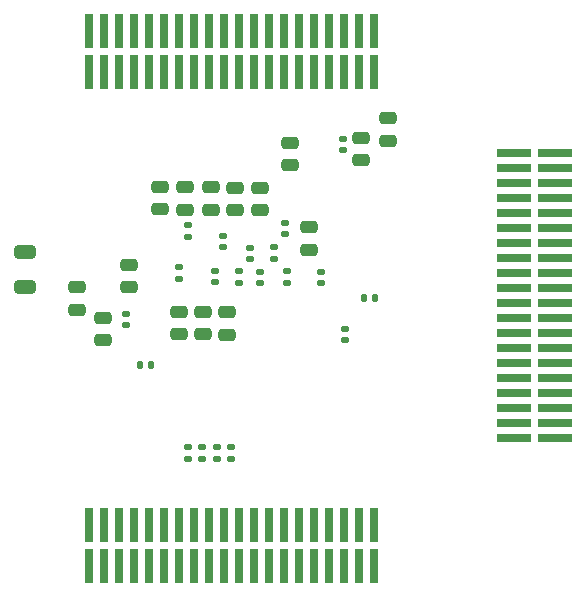
<source format=gbr>
%TF.GenerationSoftware,KiCad,Pcbnew,7.0.7-7.0.7~ubuntu22.04.1*%
%TF.CreationDate,2023-09-19T23:06:59+02:00*%
%TF.ProjectId,som_fpga,736f6d5f-6670-4676-912e-6b696361645f,rev?*%
%TF.SameCoordinates,Original*%
%TF.FileFunction,Paste,Bot*%
%TF.FilePolarity,Positive*%
%FSLAX46Y46*%
G04 Gerber Fmt 4.6, Leading zero omitted, Abs format (unit mm)*
G04 Created by KiCad (PCBNEW 7.0.7-7.0.7~ubuntu22.04.1) date 2023-09-19 23:06:59*
%MOMM*%
%LPD*%
G01*
G04 APERTURE LIST*
G04 Aperture macros list*
%AMRoundRect*
0 Rectangle with rounded corners*
0 $1 Rounding radius*
0 $2 $3 $4 $5 $6 $7 $8 $9 X,Y pos of 4 corners*
0 Add a 4 corners polygon primitive as box body*
4,1,4,$2,$3,$4,$5,$6,$7,$8,$9,$2,$3,0*
0 Add four circle primitives for the rounded corners*
1,1,$1+$1,$2,$3*
1,1,$1+$1,$4,$5*
1,1,$1+$1,$6,$7*
1,1,$1+$1,$8,$9*
0 Add four rect primitives between the rounded corners*
20,1,$1+$1,$2,$3,$4,$5,0*
20,1,$1+$1,$4,$5,$6,$7,0*
20,1,$1+$1,$6,$7,$8,$9,0*
20,1,$1+$1,$8,$9,$2,$3,0*%
G04 Aperture macros list end*
%ADD10RoundRect,0.250000X-0.475000X0.250000X-0.475000X-0.250000X0.475000X-0.250000X0.475000X0.250000X0*%
%ADD11RoundRect,0.135000X0.185000X-0.135000X0.185000X0.135000X-0.185000X0.135000X-0.185000X-0.135000X0*%
%ADD12RoundRect,0.250000X0.475000X-0.250000X0.475000X0.250000X-0.475000X0.250000X-0.475000X-0.250000X0*%
%ADD13RoundRect,0.140000X0.170000X-0.140000X0.170000X0.140000X-0.170000X0.140000X-0.170000X-0.140000X0*%
%ADD14RoundRect,0.140000X-0.170000X0.140000X-0.170000X-0.140000X0.170000X-0.140000X0.170000X0.140000X0*%
%ADD15R,0.740000X2.920000*%
%ADD16RoundRect,0.135000X-0.185000X0.135000X-0.185000X-0.135000X0.185000X-0.135000X0.185000X0.135000X0*%
%ADD17R,2.920000X0.740000*%
%ADD18RoundRect,0.140000X-0.140000X-0.170000X0.140000X-0.170000X0.140000X0.170000X-0.140000X0.170000X0*%
%ADD19RoundRect,0.250000X-0.650000X0.325000X-0.650000X-0.325000X0.650000X-0.325000X0.650000X0.325000X0*%
%ADD20RoundRect,0.140000X0.140000X0.170000X-0.140000X0.170000X-0.140000X-0.170000X0.140000X-0.170000X0*%
G04 APERTURE END LIST*
D10*
%TO.C,C11*%
X153650000Y-69850000D03*
X153650000Y-71750000D03*
%TD*%
D11*
%TO.C,R9*%
X135930000Y-83410000D03*
X135930000Y-82390000D03*
%TD*%
D12*
%TO.C,C38*%
X136480000Y-77580000D03*
X136480000Y-75680000D03*
%TD*%
D13*
%TO.C,C40*%
X139720000Y-80750000D03*
X139720000Y-79790000D03*
%TD*%
%TO.C,C42*%
X143980000Y-81730000D03*
X143980000Y-80770000D03*
%TD*%
D14*
%TO.C,C30*%
X145060000Y-82790000D03*
X145060000Y-83750000D03*
%TD*%
%TO.C,C31*%
X142820000Y-82820000D03*
X142820000Y-83780000D03*
%TD*%
D12*
%TO.C,C8*%
X131690000Y-84130000D03*
X131690000Y-82230000D03*
%TD*%
D15*
%TO.C,J3*%
X128362500Y-62475000D03*
X128362500Y-65905000D03*
X129632500Y-62475000D03*
X129632500Y-65905000D03*
X130902500Y-62475000D03*
X130902500Y-65905000D03*
X132172500Y-62475000D03*
X132172500Y-65905000D03*
X133442500Y-62475000D03*
X133442500Y-65905000D03*
X134712500Y-62475000D03*
X134712500Y-65905000D03*
X135982500Y-62475000D03*
X135982500Y-65905000D03*
X137252500Y-62475000D03*
X137252500Y-65905000D03*
X138522500Y-62475000D03*
X138522500Y-65905000D03*
X139792500Y-62475000D03*
X139792500Y-65905000D03*
X141062500Y-62475000D03*
X141062500Y-65905000D03*
X142332500Y-62475000D03*
X142332500Y-65905000D03*
X143602500Y-62475000D03*
X143602500Y-65905000D03*
X144872500Y-62475000D03*
X144872500Y-65905000D03*
X146142500Y-62475000D03*
X146142500Y-65905000D03*
X147412500Y-62475000D03*
X147412500Y-65905000D03*
X148682500Y-62475000D03*
X148682500Y-65905000D03*
X149952500Y-62475000D03*
X149952500Y-65905000D03*
X151222500Y-62475000D03*
X151222500Y-65905000D03*
X152492500Y-62475000D03*
X152492500Y-65905000D03*
%TD*%
D16*
%TO.C,R15*%
X136680000Y-97690000D03*
X136680000Y-98710000D03*
%TD*%
D14*
%TO.C,C43*%
X144890000Y-78690000D03*
X144890000Y-79650000D03*
%TD*%
D12*
%TO.C,C12*%
X135920000Y-88110000D03*
X135920000Y-86210000D03*
%TD*%
D17*
%TO.C,J2*%
X164325000Y-96867500D03*
X167755000Y-96867500D03*
X164325000Y-95597500D03*
X167755000Y-95597500D03*
X164325000Y-94327500D03*
X167755000Y-94327500D03*
X164325000Y-93057500D03*
X167755000Y-93057500D03*
X164325000Y-91787500D03*
X167755000Y-91787500D03*
X164325000Y-90517500D03*
X167755000Y-90517500D03*
X164325000Y-89247500D03*
X167755000Y-89247500D03*
X164325000Y-87977500D03*
X167755000Y-87977500D03*
X164325000Y-86707500D03*
X167755000Y-86707500D03*
X164325000Y-85437500D03*
X167755000Y-85437500D03*
X164325000Y-84167500D03*
X167755000Y-84167500D03*
X164325000Y-82897500D03*
X167755000Y-82897500D03*
X164325000Y-81627500D03*
X167755000Y-81627500D03*
X164325000Y-80357500D03*
X167755000Y-80357500D03*
X164325000Y-79087500D03*
X167755000Y-79087500D03*
X164325000Y-77817500D03*
X167755000Y-77817500D03*
X164325000Y-76547500D03*
X167755000Y-76547500D03*
X164325000Y-75277500D03*
X167755000Y-75277500D03*
X164325000Y-74007500D03*
X167755000Y-74007500D03*
X164325000Y-72737500D03*
X167755000Y-72737500D03*
%TD*%
D10*
%TO.C,C25*%
X129500000Y-86750000D03*
X129500000Y-88650000D03*
%TD*%
%TO.C,C7*%
X137990000Y-86230000D03*
X137990000Y-88130000D03*
%TD*%
D12*
%TO.C,C27*%
X127360000Y-86040000D03*
X127360000Y-84140000D03*
%TD*%
D18*
%TO.C,C22*%
X151580000Y-85070000D03*
X152540000Y-85070000D03*
%TD*%
D15*
%TO.C,J4*%
X152492500Y-107705000D03*
X152492500Y-104275000D03*
X151222500Y-107705000D03*
X151222500Y-104275000D03*
X149952500Y-107705000D03*
X149952500Y-104275000D03*
X148682500Y-107705000D03*
X148682500Y-104275000D03*
X147412500Y-107705000D03*
X147412500Y-104275000D03*
X146142500Y-107705000D03*
X146142500Y-104275000D03*
X144872500Y-107705000D03*
X144872500Y-104275000D03*
X143602500Y-107705000D03*
X143602500Y-104275000D03*
X142332500Y-107705000D03*
X142332500Y-104275000D03*
X141062500Y-107705000D03*
X141062500Y-104275000D03*
X139792500Y-107705000D03*
X139792500Y-104275000D03*
X138522500Y-107705000D03*
X138522500Y-104275000D03*
X137252500Y-107705000D03*
X137252500Y-104275000D03*
X135982500Y-107705000D03*
X135982500Y-104275000D03*
X134712500Y-107705000D03*
X134712500Y-104275000D03*
X133442500Y-107705000D03*
X133442500Y-104275000D03*
X132172500Y-107705000D03*
X132172500Y-104275000D03*
X130902500Y-107705000D03*
X130902500Y-104275000D03*
X129632500Y-107705000D03*
X129632500Y-104275000D03*
X128362500Y-107705000D03*
X128362500Y-104275000D03*
%TD*%
D12*
%TO.C,C36*%
X140720000Y-77600000D03*
X140720000Y-75700000D03*
%TD*%
D16*
%TO.C,R16*%
X139190000Y-97700000D03*
X139190000Y-98720000D03*
%TD*%
D12*
%TO.C,C35*%
X142770000Y-77620000D03*
X142770000Y-75720000D03*
%TD*%
%TO.C,C28*%
X145350000Y-73790000D03*
X145350000Y-71890000D03*
%TD*%
D14*
%TO.C,C29*%
X147950000Y-82820000D03*
X147950000Y-83780000D03*
%TD*%
D16*
%TO.C,R10*%
X141050000Y-82800000D03*
X141050000Y-83820000D03*
%TD*%
D11*
%TO.C,R17*%
X137940000Y-98710000D03*
X137940000Y-97690000D03*
%TD*%
D16*
%TO.C,R7*%
X136700000Y-78890000D03*
X136700000Y-79910000D03*
%TD*%
D13*
%TO.C,C20*%
X131500000Y-87330000D03*
X131500000Y-86370000D03*
%TD*%
D12*
%TO.C,C9*%
X140040000Y-88150000D03*
X140040000Y-86250000D03*
%TD*%
D14*
%TO.C,C21*%
X140350000Y-97700000D03*
X140350000Y-98660000D03*
%TD*%
D19*
%TO.C,C34*%
X122880000Y-81195000D03*
X122880000Y-84145000D03*
%TD*%
D13*
%TO.C,C41*%
X141960000Y-81770000D03*
X141960000Y-80810000D03*
%TD*%
D12*
%TO.C,C37*%
X138630000Y-77590000D03*
X138630000Y-75690000D03*
%TD*%
D14*
%TO.C,C32*%
X139010000Y-82770000D03*
X139010000Y-83730000D03*
%TD*%
D12*
%TO.C,C26*%
X146990000Y-80960000D03*
X146990000Y-79060000D03*
%TD*%
%TO.C,C13*%
X151380000Y-73400000D03*
X151380000Y-71500000D03*
%TD*%
D20*
%TO.C,C16*%
X133620000Y-90710000D03*
X132660000Y-90710000D03*
%TD*%
D13*
%TO.C,C14*%
X149980000Y-88620000D03*
X149980000Y-87660000D03*
%TD*%
D10*
%TO.C,C39*%
X134380000Y-75660000D03*
X134380000Y-77560000D03*
%TD*%
D13*
%TO.C,C19*%
X149830000Y-72510000D03*
X149830000Y-71550000D03*
%TD*%
M02*

</source>
